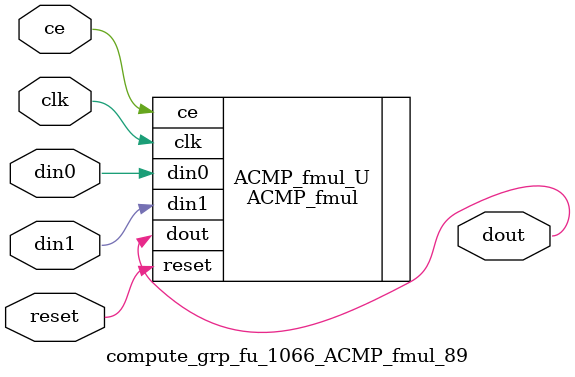
<source format=v>

`timescale 1 ns / 1 ps
module compute_grp_fu_1066_ACMP_fmul_89(
    clk,
    reset,
    ce,
    din0,
    din1,
    dout);

parameter ID = 32'd1;
parameter NUM_STAGE = 32'd1;
parameter din0_WIDTH = 32'd1;
parameter din1_WIDTH = 32'd1;
parameter dout_WIDTH = 32'd1;
input clk;
input reset;
input ce;
input[din0_WIDTH - 1:0] din0;
input[din1_WIDTH - 1:0] din1;
output[dout_WIDTH - 1:0] dout;



ACMP_fmul #(
.ID( ID ),
.NUM_STAGE( 4 ),
.din0_WIDTH( din0_WIDTH ),
.din1_WIDTH( din1_WIDTH ),
.dout_WIDTH( dout_WIDTH ))
ACMP_fmul_U(
    .clk( clk ),
    .reset( reset ),
    .ce( ce ),
    .din0( din0 ),
    .din1( din1 ),
    .dout( dout ));

endmodule

</source>
